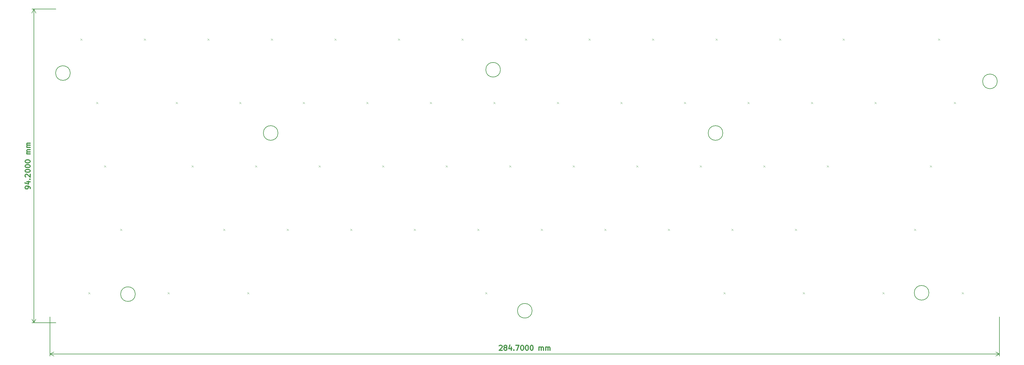
<source format=gbr>
%TF.GenerationSoftware,KiCad,Pcbnew,7.0.7*%
%TF.CreationDate,2023-12-09T23:09:19-05:00*%
%TF.ProjectId,keyboard,6b657962-6f61-4726-942e-6b696361645f,rev?*%
%TF.SameCoordinates,Original*%
%TF.FileFunction,Other,Comment*%
%FSLAX46Y46*%
G04 Gerber Fmt 4.6, Leading zero omitted, Abs format (unit mm)*
G04 Created by KiCad (PCBNEW 7.0.7) date 2023-12-09 23:09:19*
%MOMM*%
%LPD*%
G01*
G04 APERTURE LIST*
%ADD10C,0.300000*%
%ADD11C,0.200000*%
%ADD12C,0.150000*%
%ADD13C,0.100000*%
G04 APERTURE END LIST*
D10*
X-8606716Y-53788112D02*
X-8606716Y-53502398D01*
X-8606716Y-53502398D02*
X-8678144Y-53359541D01*
X-8678144Y-53359541D02*
X-8749573Y-53288112D01*
X-8749573Y-53288112D02*
X-8963859Y-53145255D01*
X-8963859Y-53145255D02*
X-9249573Y-53073826D01*
X-9249573Y-53073826D02*
X-9821002Y-53073826D01*
X-9821002Y-53073826D02*
X-9963859Y-53145255D01*
X-9963859Y-53145255D02*
X-10035287Y-53216684D01*
X-10035287Y-53216684D02*
X-10106716Y-53359541D01*
X-10106716Y-53359541D02*
X-10106716Y-53645255D01*
X-10106716Y-53645255D02*
X-10035287Y-53788112D01*
X-10035287Y-53788112D02*
X-9963859Y-53859541D01*
X-9963859Y-53859541D02*
X-9821002Y-53930969D01*
X-9821002Y-53930969D02*
X-9463859Y-53930969D01*
X-9463859Y-53930969D02*
X-9321002Y-53859541D01*
X-9321002Y-53859541D02*
X-9249573Y-53788112D01*
X-9249573Y-53788112D02*
X-9178144Y-53645255D01*
X-9178144Y-53645255D02*
X-9178144Y-53359541D01*
X-9178144Y-53359541D02*
X-9249573Y-53216684D01*
X-9249573Y-53216684D02*
X-9321002Y-53145255D01*
X-9321002Y-53145255D02*
X-9463859Y-53073826D01*
X-9606716Y-51788113D02*
X-8606716Y-51788113D01*
X-10178144Y-52145255D02*
X-9106716Y-52502398D01*
X-9106716Y-52502398D02*
X-9106716Y-51573827D01*
X-8749573Y-51002399D02*
X-8678144Y-50930970D01*
X-8678144Y-50930970D02*
X-8606716Y-51002399D01*
X-8606716Y-51002399D02*
X-8678144Y-51073827D01*
X-8678144Y-51073827D02*
X-8749573Y-51002399D01*
X-8749573Y-51002399D02*
X-8606716Y-51002399D01*
X-9963859Y-50359541D02*
X-10035287Y-50288113D01*
X-10035287Y-50288113D02*
X-10106716Y-50145256D01*
X-10106716Y-50145256D02*
X-10106716Y-49788113D01*
X-10106716Y-49788113D02*
X-10035287Y-49645256D01*
X-10035287Y-49645256D02*
X-9963859Y-49573827D01*
X-9963859Y-49573827D02*
X-9821002Y-49502398D01*
X-9821002Y-49502398D02*
X-9678144Y-49502398D01*
X-9678144Y-49502398D02*
X-9463859Y-49573827D01*
X-9463859Y-49573827D02*
X-8606716Y-50430970D01*
X-8606716Y-50430970D02*
X-8606716Y-49502398D01*
X-10106716Y-48573827D02*
X-10106716Y-48430970D01*
X-10106716Y-48430970D02*
X-10035287Y-48288113D01*
X-10035287Y-48288113D02*
X-9963859Y-48216685D01*
X-9963859Y-48216685D02*
X-9821002Y-48145256D01*
X-9821002Y-48145256D02*
X-9535287Y-48073827D01*
X-9535287Y-48073827D02*
X-9178144Y-48073827D01*
X-9178144Y-48073827D02*
X-8892430Y-48145256D01*
X-8892430Y-48145256D02*
X-8749573Y-48216685D01*
X-8749573Y-48216685D02*
X-8678144Y-48288113D01*
X-8678144Y-48288113D02*
X-8606716Y-48430970D01*
X-8606716Y-48430970D02*
X-8606716Y-48573827D01*
X-8606716Y-48573827D02*
X-8678144Y-48716685D01*
X-8678144Y-48716685D02*
X-8749573Y-48788113D01*
X-8749573Y-48788113D02*
X-8892430Y-48859542D01*
X-8892430Y-48859542D02*
X-9178144Y-48930970D01*
X-9178144Y-48930970D02*
X-9535287Y-48930970D01*
X-9535287Y-48930970D02*
X-9821002Y-48859542D01*
X-9821002Y-48859542D02*
X-9963859Y-48788113D01*
X-9963859Y-48788113D02*
X-10035287Y-48716685D01*
X-10035287Y-48716685D02*
X-10106716Y-48573827D01*
X-10106716Y-47145256D02*
X-10106716Y-47002399D01*
X-10106716Y-47002399D02*
X-10035287Y-46859542D01*
X-10035287Y-46859542D02*
X-9963859Y-46788114D01*
X-9963859Y-46788114D02*
X-9821002Y-46716685D01*
X-9821002Y-46716685D02*
X-9535287Y-46645256D01*
X-9535287Y-46645256D02*
X-9178144Y-46645256D01*
X-9178144Y-46645256D02*
X-8892430Y-46716685D01*
X-8892430Y-46716685D02*
X-8749573Y-46788114D01*
X-8749573Y-46788114D02*
X-8678144Y-46859542D01*
X-8678144Y-46859542D02*
X-8606716Y-47002399D01*
X-8606716Y-47002399D02*
X-8606716Y-47145256D01*
X-8606716Y-47145256D02*
X-8678144Y-47288114D01*
X-8678144Y-47288114D02*
X-8749573Y-47359542D01*
X-8749573Y-47359542D02*
X-8892430Y-47430971D01*
X-8892430Y-47430971D02*
X-9178144Y-47502399D01*
X-9178144Y-47502399D02*
X-9535287Y-47502399D01*
X-9535287Y-47502399D02*
X-9821002Y-47430971D01*
X-9821002Y-47430971D02*
X-9963859Y-47359542D01*
X-9963859Y-47359542D02*
X-10035287Y-47288114D01*
X-10035287Y-47288114D02*
X-10106716Y-47145256D01*
X-10106716Y-45716685D02*
X-10106716Y-45573828D01*
X-10106716Y-45573828D02*
X-10035287Y-45430971D01*
X-10035287Y-45430971D02*
X-9963859Y-45359543D01*
X-9963859Y-45359543D02*
X-9821002Y-45288114D01*
X-9821002Y-45288114D02*
X-9535287Y-45216685D01*
X-9535287Y-45216685D02*
X-9178144Y-45216685D01*
X-9178144Y-45216685D02*
X-8892430Y-45288114D01*
X-8892430Y-45288114D02*
X-8749573Y-45359543D01*
X-8749573Y-45359543D02*
X-8678144Y-45430971D01*
X-8678144Y-45430971D02*
X-8606716Y-45573828D01*
X-8606716Y-45573828D02*
X-8606716Y-45716685D01*
X-8606716Y-45716685D02*
X-8678144Y-45859543D01*
X-8678144Y-45859543D02*
X-8749573Y-45930971D01*
X-8749573Y-45930971D02*
X-8892430Y-46002400D01*
X-8892430Y-46002400D02*
X-9178144Y-46073828D01*
X-9178144Y-46073828D02*
X-9535287Y-46073828D01*
X-9535287Y-46073828D02*
X-9821002Y-46002400D01*
X-9821002Y-46002400D02*
X-9963859Y-45930971D01*
X-9963859Y-45930971D02*
X-10035287Y-45859543D01*
X-10035287Y-45859543D02*
X-10106716Y-45716685D01*
X-8606716Y-43430972D02*
X-9606716Y-43430972D01*
X-9463859Y-43430972D02*
X-9535287Y-43359543D01*
X-9535287Y-43359543D02*
X-9606716Y-43216686D01*
X-9606716Y-43216686D02*
X-9606716Y-43002400D01*
X-9606716Y-43002400D02*
X-9535287Y-42859543D01*
X-9535287Y-42859543D02*
X-9392430Y-42788115D01*
X-9392430Y-42788115D02*
X-8606716Y-42788115D01*
X-9392430Y-42788115D02*
X-9535287Y-42716686D01*
X-9535287Y-42716686D02*
X-9606716Y-42573829D01*
X-9606716Y-42573829D02*
X-9606716Y-42359543D01*
X-9606716Y-42359543D02*
X-9535287Y-42216686D01*
X-9535287Y-42216686D02*
X-9392430Y-42145257D01*
X-9392430Y-42145257D02*
X-8606716Y-42145257D01*
X-8606716Y-41430972D02*
X-9606716Y-41430972D01*
X-9463859Y-41430972D02*
X-9535287Y-41359543D01*
X-9535287Y-41359543D02*
X-9606716Y-41216686D01*
X-9606716Y-41216686D02*
X-9606716Y-41002400D01*
X-9606716Y-41002400D02*
X-9535287Y-40859543D01*
X-9535287Y-40859543D02*
X-9392430Y-40788115D01*
X-9392430Y-40788115D02*
X-8606716Y-40788115D01*
X-9392430Y-40788115D02*
X-9535287Y-40716686D01*
X-9535287Y-40716686D02*
X-9606716Y-40573829D01*
X-9606716Y-40573829D02*
X-9606716Y-40359543D01*
X-9606716Y-40359543D02*
X-9535287Y-40216686D01*
X-9535287Y-40216686D02*
X-9392430Y-40145257D01*
X-9392430Y-40145257D02*
X-8606716Y-40145257D01*
D11*
X-868400Y-94102400D02*
X-8071464Y-94102400D01*
X-8071464Y97600D02*
X-868400Y97600D01*
X-7485044Y-94102400D02*
X-7485044Y97600D01*
X-7485044Y-94102400D02*
X-7485044Y97600D01*
X-7485044Y-94102400D02*
X-8071465Y-92975896D01*
X-7485044Y-94102400D02*
X-6898623Y-92975896D01*
X-7485044Y97600D02*
X-6898623Y-1028904D01*
X-7485044Y97600D02*
X-8071465Y-1028904D01*
D10*
X132088744Y-101040985D02*
X132160172Y-100969557D01*
X132160172Y-100969557D02*
X132303030Y-100898128D01*
X132303030Y-100898128D02*
X132660172Y-100898128D01*
X132660172Y-100898128D02*
X132803030Y-100969557D01*
X132803030Y-100969557D02*
X132874458Y-101040985D01*
X132874458Y-101040985D02*
X132945887Y-101183842D01*
X132945887Y-101183842D02*
X132945887Y-101326700D01*
X132945887Y-101326700D02*
X132874458Y-101540985D01*
X132874458Y-101540985D02*
X132017315Y-102398128D01*
X132017315Y-102398128D02*
X132945887Y-102398128D01*
X133803029Y-101540985D02*
X133660172Y-101469557D01*
X133660172Y-101469557D02*
X133588743Y-101398128D01*
X133588743Y-101398128D02*
X133517315Y-101255271D01*
X133517315Y-101255271D02*
X133517315Y-101183842D01*
X133517315Y-101183842D02*
X133588743Y-101040985D01*
X133588743Y-101040985D02*
X133660172Y-100969557D01*
X133660172Y-100969557D02*
X133803029Y-100898128D01*
X133803029Y-100898128D02*
X134088743Y-100898128D01*
X134088743Y-100898128D02*
X134231601Y-100969557D01*
X134231601Y-100969557D02*
X134303029Y-101040985D01*
X134303029Y-101040985D02*
X134374458Y-101183842D01*
X134374458Y-101183842D02*
X134374458Y-101255271D01*
X134374458Y-101255271D02*
X134303029Y-101398128D01*
X134303029Y-101398128D02*
X134231601Y-101469557D01*
X134231601Y-101469557D02*
X134088743Y-101540985D01*
X134088743Y-101540985D02*
X133803029Y-101540985D01*
X133803029Y-101540985D02*
X133660172Y-101612414D01*
X133660172Y-101612414D02*
X133588743Y-101683842D01*
X133588743Y-101683842D02*
X133517315Y-101826700D01*
X133517315Y-101826700D02*
X133517315Y-102112414D01*
X133517315Y-102112414D02*
X133588743Y-102255271D01*
X133588743Y-102255271D02*
X133660172Y-102326700D01*
X133660172Y-102326700D02*
X133803029Y-102398128D01*
X133803029Y-102398128D02*
X134088743Y-102398128D01*
X134088743Y-102398128D02*
X134231601Y-102326700D01*
X134231601Y-102326700D02*
X134303029Y-102255271D01*
X134303029Y-102255271D02*
X134374458Y-102112414D01*
X134374458Y-102112414D02*
X134374458Y-101826700D01*
X134374458Y-101826700D02*
X134303029Y-101683842D01*
X134303029Y-101683842D02*
X134231601Y-101612414D01*
X134231601Y-101612414D02*
X134088743Y-101540985D01*
X135660172Y-101398128D02*
X135660172Y-102398128D01*
X135303029Y-100826700D02*
X134945886Y-101898128D01*
X134945886Y-101898128D02*
X135874457Y-101898128D01*
X136445885Y-102255271D02*
X136517314Y-102326700D01*
X136517314Y-102326700D02*
X136445885Y-102398128D01*
X136445885Y-102398128D02*
X136374457Y-102326700D01*
X136374457Y-102326700D02*
X136445885Y-102255271D01*
X136445885Y-102255271D02*
X136445885Y-102398128D01*
X137017314Y-100898128D02*
X138017314Y-100898128D01*
X138017314Y-100898128D02*
X137374457Y-102398128D01*
X138874457Y-100898128D02*
X139017314Y-100898128D01*
X139017314Y-100898128D02*
X139160171Y-100969557D01*
X139160171Y-100969557D02*
X139231600Y-101040985D01*
X139231600Y-101040985D02*
X139303028Y-101183842D01*
X139303028Y-101183842D02*
X139374457Y-101469557D01*
X139374457Y-101469557D02*
X139374457Y-101826700D01*
X139374457Y-101826700D02*
X139303028Y-102112414D01*
X139303028Y-102112414D02*
X139231600Y-102255271D01*
X139231600Y-102255271D02*
X139160171Y-102326700D01*
X139160171Y-102326700D02*
X139017314Y-102398128D01*
X139017314Y-102398128D02*
X138874457Y-102398128D01*
X138874457Y-102398128D02*
X138731600Y-102326700D01*
X138731600Y-102326700D02*
X138660171Y-102255271D01*
X138660171Y-102255271D02*
X138588742Y-102112414D01*
X138588742Y-102112414D02*
X138517314Y-101826700D01*
X138517314Y-101826700D02*
X138517314Y-101469557D01*
X138517314Y-101469557D02*
X138588742Y-101183842D01*
X138588742Y-101183842D02*
X138660171Y-101040985D01*
X138660171Y-101040985D02*
X138731600Y-100969557D01*
X138731600Y-100969557D02*
X138874457Y-100898128D01*
X140303028Y-100898128D02*
X140445885Y-100898128D01*
X140445885Y-100898128D02*
X140588742Y-100969557D01*
X140588742Y-100969557D02*
X140660171Y-101040985D01*
X140660171Y-101040985D02*
X140731599Y-101183842D01*
X140731599Y-101183842D02*
X140803028Y-101469557D01*
X140803028Y-101469557D02*
X140803028Y-101826700D01*
X140803028Y-101826700D02*
X140731599Y-102112414D01*
X140731599Y-102112414D02*
X140660171Y-102255271D01*
X140660171Y-102255271D02*
X140588742Y-102326700D01*
X140588742Y-102326700D02*
X140445885Y-102398128D01*
X140445885Y-102398128D02*
X140303028Y-102398128D01*
X140303028Y-102398128D02*
X140160171Y-102326700D01*
X140160171Y-102326700D02*
X140088742Y-102255271D01*
X140088742Y-102255271D02*
X140017313Y-102112414D01*
X140017313Y-102112414D02*
X139945885Y-101826700D01*
X139945885Y-101826700D02*
X139945885Y-101469557D01*
X139945885Y-101469557D02*
X140017313Y-101183842D01*
X140017313Y-101183842D02*
X140088742Y-101040985D01*
X140088742Y-101040985D02*
X140160171Y-100969557D01*
X140160171Y-100969557D02*
X140303028Y-100898128D01*
X141731599Y-100898128D02*
X141874456Y-100898128D01*
X141874456Y-100898128D02*
X142017313Y-100969557D01*
X142017313Y-100969557D02*
X142088742Y-101040985D01*
X142088742Y-101040985D02*
X142160170Y-101183842D01*
X142160170Y-101183842D02*
X142231599Y-101469557D01*
X142231599Y-101469557D02*
X142231599Y-101826700D01*
X142231599Y-101826700D02*
X142160170Y-102112414D01*
X142160170Y-102112414D02*
X142088742Y-102255271D01*
X142088742Y-102255271D02*
X142017313Y-102326700D01*
X142017313Y-102326700D02*
X141874456Y-102398128D01*
X141874456Y-102398128D02*
X141731599Y-102398128D01*
X141731599Y-102398128D02*
X141588742Y-102326700D01*
X141588742Y-102326700D02*
X141517313Y-102255271D01*
X141517313Y-102255271D02*
X141445884Y-102112414D01*
X141445884Y-102112414D02*
X141374456Y-101826700D01*
X141374456Y-101826700D02*
X141374456Y-101469557D01*
X141374456Y-101469557D02*
X141445884Y-101183842D01*
X141445884Y-101183842D02*
X141517313Y-101040985D01*
X141517313Y-101040985D02*
X141588742Y-100969557D01*
X141588742Y-100969557D02*
X141731599Y-100898128D01*
X144017312Y-102398128D02*
X144017312Y-101398128D01*
X144017312Y-101540985D02*
X144088741Y-101469557D01*
X144088741Y-101469557D02*
X144231598Y-101398128D01*
X144231598Y-101398128D02*
X144445884Y-101398128D01*
X144445884Y-101398128D02*
X144588741Y-101469557D01*
X144588741Y-101469557D02*
X144660170Y-101612414D01*
X144660170Y-101612414D02*
X144660170Y-102398128D01*
X144660170Y-101612414D02*
X144731598Y-101469557D01*
X144731598Y-101469557D02*
X144874455Y-101398128D01*
X144874455Y-101398128D02*
X145088741Y-101398128D01*
X145088741Y-101398128D02*
X145231598Y-101469557D01*
X145231598Y-101469557D02*
X145303027Y-101612414D01*
X145303027Y-101612414D02*
X145303027Y-102398128D01*
X146017312Y-102398128D02*
X146017312Y-101398128D01*
X146017312Y-101540985D02*
X146088741Y-101469557D01*
X146088741Y-101469557D02*
X146231598Y-101398128D01*
X146231598Y-101398128D02*
X146445884Y-101398128D01*
X146445884Y-101398128D02*
X146588741Y-101469557D01*
X146588741Y-101469557D02*
X146660170Y-101612414D01*
X146660170Y-101612414D02*
X146660170Y-102398128D01*
X146660170Y-101612414D02*
X146731598Y-101469557D01*
X146731598Y-101469557D02*
X146874455Y-101398128D01*
X146874455Y-101398128D02*
X147088741Y-101398128D01*
X147088741Y-101398128D02*
X147231598Y-101469557D01*
X147231598Y-101469557D02*
X147303027Y-101612414D01*
X147303027Y-101612414D02*
X147303027Y-102398128D01*
D11*
X-2618400Y-92352400D02*
X-2618400Y-104106220D01*
X282081600Y-104106220D02*
X282081600Y-92352400D01*
X-2618400Y-103519800D02*
X282081600Y-103519800D01*
X-2618400Y-103519800D02*
X282081600Y-103519800D01*
X-2618400Y-103519800D02*
X-1491896Y-102933379D01*
X-2618400Y-103519800D02*
X-1491896Y-104106221D01*
X282081600Y-103519800D02*
X280955096Y-104106221D01*
X282081600Y-103519800D02*
X280955096Y-102933379D01*
D12*
%TO.C,H3*%
X281431600Y-21622400D02*
G75*
G03*
X281431600Y-21622400I-2200000J0D01*
G01*
%TO.C,H7*%
X141931600Y-90521400D02*
G75*
G03*
X141931600Y-90521400I-2200000J0D01*
G01*
%TO.C,H5*%
X199131600Y-37122400D02*
G75*
G03*
X199131600Y-37122400I-2200000J0D01*
G01*
%TO.C,H1*%
X3431600Y-19122400D02*
G75*
G03*
X3431600Y-19122400I-2200000J0D01*
G01*
%TO.C,H2*%
X132431600Y-18122400D02*
G75*
G03*
X132431600Y-18122400I-2200000J0D01*
G01*
%TO.C,H4*%
X65731600Y-37122400D02*
G75*
G03*
X65731600Y-37122400I-2200000J0D01*
G01*
%TO.C,H6*%
X22931600Y-85522400D02*
G75*
G03*
X22931600Y-85522400I-2200000J0D01*
G01*
%TO.C,H8*%
X260931600Y-85122400D02*
G75*
G03*
X260931600Y-85122400I-2200000J0D01*
G01*
D13*
%TO.C,HALL60*%
X247510206Y-85498800D02*
X247002206Y-84990800D01*
X247510206Y-84990800D02*
X247002206Y-85498800D01*
%TO.C,HALL47*%
X126066456Y-66448800D02*
X125558456Y-65940800D01*
X126066456Y-65940800D02*
X125558456Y-66448800D01*
%TO.C,HALL44*%
X68916456Y-66448800D02*
X68408456Y-65940800D01*
X68916456Y-65940800D02*
X68408456Y-66448800D01*
%TO.C,HALL39*%
X211791456Y-47398800D02*
X211283456Y-46890800D01*
X211791456Y-46890800D02*
X211283456Y-47398800D01*
%TO.C,HALL6*%
X102253956Y-9298800D02*
X101745956Y-8790800D01*
X102253956Y-8790800D02*
X101745956Y-9298800D01*
%TO.C,HALL4*%
X64153956Y-9298800D02*
X63645956Y-8790800D01*
X64153956Y-8790800D02*
X63645956Y-9298800D01*
%TO.C,HALL36*%
X154641456Y-47398800D02*
X154133456Y-46890800D01*
X154641456Y-46890800D02*
X154133456Y-47398800D01*
%TO.C,HALL13*%
X235603956Y-9298800D02*
X235095956Y-8790800D01*
X235603956Y-8790800D02*
X235095956Y-9298800D01*
%TO.C,HALL22*%
X149878956Y-28348800D02*
X149370956Y-27840800D01*
X149878956Y-27840800D02*
X149370956Y-28348800D01*
%TO.C,HALL33*%
X97491456Y-47398800D02*
X96983456Y-46890800D01*
X97491456Y-46890800D02*
X96983456Y-47398800D01*
%TO.C,HALL15*%
X11766456Y-28348800D02*
X11258456Y-27840800D01*
X11766456Y-27840800D02*
X11258456Y-28348800D01*
%TO.C,HALL12*%
X216553956Y-9298800D02*
X216045956Y-8790800D01*
X216553956Y-8790800D02*
X216045956Y-9298800D01*
%TO.C,HALL20*%
X111778956Y-28348800D02*
X111270956Y-27840800D01*
X111778956Y-27840800D02*
X111270956Y-28348800D01*
%TO.C,HALL2*%
X26053956Y-9298800D02*
X25545956Y-8790800D01*
X26053956Y-8790800D02*
X25545956Y-9298800D01*
%TO.C,HALL34*%
X116541456Y-47398800D02*
X116033456Y-46890800D01*
X116541456Y-46890800D02*
X116033456Y-47398800D01*
%TO.C,HALL43*%
X49866456Y-66448800D02*
X49358456Y-65940800D01*
X49866456Y-65940800D02*
X49358456Y-66448800D01*
%TO.C,HALL58*%
X199885206Y-85498800D02*
X199377206Y-84990800D01*
X199885206Y-84990800D02*
X199377206Y-85498800D01*
%TO.C,HALL59*%
X223697706Y-85498800D02*
X223189706Y-84990800D01*
X223697706Y-84990800D02*
X223189706Y-85498800D01*
%TO.C,HALL32*%
X78441456Y-47398800D02*
X77933456Y-46890800D01*
X78441456Y-46890800D02*
X77933456Y-47398800D01*
%TO.C,HALL7*%
X121303956Y-9298800D02*
X120795956Y-8790800D01*
X121303956Y-8790800D02*
X120795956Y-9298800D01*
%TO.C,HALL55*%
X33197706Y-85498800D02*
X32689706Y-84990800D01*
X33197706Y-84990800D02*
X32689706Y-85498800D01*
%TO.C,HALL9*%
X159403956Y-9298800D02*
X158895956Y-8790800D01*
X159403956Y-8790800D02*
X158895956Y-9298800D01*
%TO.C,HALL41*%
X261797706Y-47398800D02*
X261289706Y-46890800D01*
X261797706Y-46890800D02*
X261289706Y-47398800D01*
%TO.C,HALL45*%
X87966456Y-66448800D02*
X87458456Y-65940800D01*
X87966456Y-65940800D02*
X87458456Y-66448800D01*
%TO.C,HALL11*%
X197503956Y-9298800D02*
X196995956Y-8790800D01*
X197503956Y-8790800D02*
X196995956Y-9298800D01*
%TO.C,HALL28*%
X268941456Y-28348800D02*
X268433456Y-27840800D01*
X268941456Y-27840800D02*
X268433456Y-28348800D01*
%TO.C,HALL42*%
X18910206Y-66448800D02*
X18402206Y-65940800D01*
X18910206Y-65940800D02*
X18402206Y-66448800D01*
%TO.C,HALL19*%
X92728956Y-28348800D02*
X92220956Y-27840800D01*
X92728956Y-27840800D02*
X92220956Y-28348800D01*
%TO.C,HALL38*%
X192741456Y-47398800D02*
X192233456Y-46890800D01*
X192741456Y-46890800D02*
X192233456Y-47398800D01*
%TO.C,HALL54*%
X9385206Y-85498800D02*
X8877206Y-84990800D01*
X9385206Y-84990800D02*
X8877206Y-85498800D01*
%TO.C,HALL52*%
X221316456Y-66448800D02*
X220808456Y-65940800D01*
X221316456Y-65940800D02*
X220808456Y-66448800D01*
%TO.C,HALL3*%
X45103956Y-9298800D02*
X44595956Y-8790800D01*
X45103956Y-8790800D02*
X44595956Y-9298800D01*
%TO.C,HALL53*%
X257035206Y-66448800D02*
X256527206Y-65940800D01*
X257035206Y-65940800D02*
X256527206Y-66448800D01*
%TO.C,HALL23*%
X168928956Y-28348800D02*
X168420956Y-27840800D01*
X168928956Y-27840800D02*
X168420956Y-28348800D01*
%TO.C,HALL40*%
X230841456Y-47398800D02*
X230333456Y-46890800D01*
X230841456Y-46890800D02*
X230333456Y-47398800D01*
%TO.C,HALL49*%
X164166456Y-66448800D02*
X163658456Y-65940800D01*
X164166456Y-65940800D02*
X163658456Y-66448800D01*
%TO.C,HALL1*%
X7003956Y-9298800D02*
X6495956Y-8790800D01*
X7003956Y-8790800D02*
X6495956Y-9298800D01*
%TO.C,HALL61*%
X271322706Y-85498800D02*
X270814706Y-84990800D01*
X271322706Y-84990800D02*
X270814706Y-85498800D01*
%TO.C,HALL8*%
X140353956Y-9298800D02*
X139845956Y-8790800D01*
X140353956Y-8790800D02*
X139845956Y-9298800D01*
%TO.C,HALL5*%
X83203956Y-9298800D02*
X82695956Y-8790800D01*
X83203956Y-8790800D02*
X82695956Y-9298800D01*
%TO.C,HALL51*%
X202266456Y-66448800D02*
X201758456Y-65940800D01*
X202266456Y-65940800D02*
X201758456Y-66448800D01*
%TO.C,HALL16*%
X35578956Y-28348800D02*
X35070956Y-27840800D01*
X35578956Y-27840800D02*
X35070956Y-28348800D01*
%TO.C,HALL24*%
X187978956Y-28348800D02*
X187470956Y-27840800D01*
X187978956Y-27840800D02*
X187470956Y-28348800D01*
%TO.C,HALL10*%
X178453956Y-9298800D02*
X177945956Y-8790800D01*
X178453956Y-8790800D02*
X177945956Y-9298800D01*
%TO.C,HALL48*%
X145116456Y-66448800D02*
X144608456Y-65940800D01*
X145116456Y-65940800D02*
X144608456Y-66448800D01*
%TO.C,HALL18*%
X73678956Y-28348800D02*
X73170956Y-27840800D01*
X73678956Y-27840800D02*
X73170956Y-28348800D01*
%TO.C,HALL25*%
X207028956Y-28348800D02*
X206520956Y-27840800D01*
X207028956Y-27840800D02*
X206520956Y-28348800D01*
%TO.C,HALL31*%
X59391456Y-47398800D02*
X58883456Y-46890800D01*
X59391456Y-46890800D02*
X58883456Y-47398800D01*
%TO.C,HALL46*%
X107016456Y-66448800D02*
X106508456Y-65940800D01*
X107016456Y-65940800D02*
X106508456Y-66448800D01*
%TO.C,HALL56*%
X57010206Y-85498800D02*
X56502206Y-84990800D01*
X57010206Y-84990800D02*
X56502206Y-85498800D01*
%TO.C,HALL17*%
X54628956Y-28348800D02*
X54120956Y-27840800D01*
X54628956Y-27840800D02*
X54120956Y-28348800D01*
%TO.C,HALL14*%
X264178956Y-9298800D02*
X263670956Y-8790800D01*
X264178956Y-8790800D02*
X263670956Y-9298800D01*
%TO.C,HALL50*%
X183216456Y-66448800D02*
X182708456Y-65940800D01*
X183216456Y-65940800D02*
X182708456Y-66448800D01*
%TO.C,HALL29*%
X14147706Y-47398800D02*
X13639706Y-46890800D01*
X14147706Y-46890800D02*
X13639706Y-47398800D01*
%TO.C,HALL57*%
X128447706Y-85498800D02*
X127939706Y-84990800D01*
X128447706Y-84990800D02*
X127939706Y-85498800D01*
%TO.C,HALL37*%
X173691456Y-47398800D02*
X173183456Y-46890800D01*
X173691456Y-46890800D02*
X173183456Y-47398800D01*
%TO.C,HALL35*%
X135591456Y-47398800D02*
X135083456Y-46890800D01*
X135591456Y-46890800D02*
X135083456Y-47398800D01*
%TO.C,HALL26*%
X226078956Y-28348800D02*
X225570956Y-27840800D01*
X226078956Y-27840800D02*
X225570956Y-28348800D01*
%TO.C,HALL21*%
X130828956Y-28348800D02*
X130320956Y-27840800D01*
X130828956Y-27840800D02*
X130320956Y-28348800D01*
%TO.C,HALL27*%
X245128956Y-28348800D02*
X244620956Y-27840800D01*
X245128956Y-27840800D02*
X244620956Y-28348800D01*
%TO.C,HALL30*%
X40341456Y-47398800D02*
X39833456Y-46890800D01*
X40341456Y-46890800D02*
X39833456Y-47398800D01*
%TD*%
M02*

</source>
